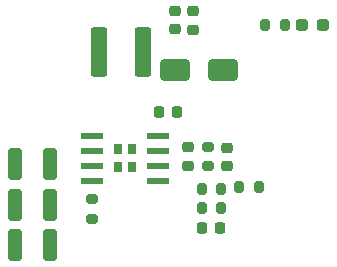
<source format=gbr>
%TF.GenerationSoftware,KiCad,Pcbnew,9.0.2*%
%TF.CreationDate,2025-06-04T19:52:49+07:00*%
%TF.ProjectId,Power Delivery Management_3.3V,506f7765-7220-4446-956c-697665727920,rev?*%
%TF.SameCoordinates,Original*%
%TF.FileFunction,Paste,Top*%
%TF.FilePolarity,Positive*%
%FSLAX46Y46*%
G04 Gerber Fmt 4.6, Leading zero omitted, Abs format (unit mm)*
G04 Created by KiCad (PCBNEW 9.0.2) date 2025-06-04 19:52:49*
%MOMM*%
%LPD*%
G01*
G04 APERTURE LIST*
G04 Aperture macros list*
%AMRoundRect*
0 Rectangle with rounded corners*
0 $1 Rounding radius*
0 $2 $3 $4 $5 $6 $7 $8 $9 X,Y pos of 4 corners*
0 Add a 4 corners polygon primitive as box body*
4,1,4,$2,$3,$4,$5,$6,$7,$8,$9,$2,$3,0*
0 Add four circle primitives for the rounded corners*
1,1,$1+$1,$2,$3*
1,1,$1+$1,$4,$5*
1,1,$1+$1,$6,$7*
1,1,$1+$1,$8,$9*
0 Add four rect primitives between the rounded corners*
20,1,$1+$1,$2,$3,$4,$5,0*
20,1,$1+$1,$4,$5,$6,$7,0*
20,1,$1+$1,$6,$7,$8,$9,0*
20,1,$1+$1,$8,$9,$2,$3,0*%
G04 Aperture macros list end*
%ADD10RoundRect,0.250000X0.325000X1.100000X-0.325000X1.100000X-0.325000X-1.100000X0.325000X-1.100000X0*%
%ADD11RoundRect,0.249999X0.450001X1.850001X-0.450001X1.850001X-0.450001X-1.850001X0.450001X-1.850001X0*%
%ADD12RoundRect,0.200000X-0.275000X0.200000X-0.275000X-0.200000X0.275000X-0.200000X0.275000X0.200000X0*%
%ADD13RoundRect,0.225000X0.225000X0.250000X-0.225000X0.250000X-0.225000X-0.250000X0.225000X-0.250000X0*%
%ADD14RoundRect,0.225000X-0.250000X0.225000X-0.250000X-0.225000X0.250000X-0.225000X0.250000X0.225000X0*%
%ADD15RoundRect,0.200000X-0.200000X-0.275000X0.200000X-0.275000X0.200000X0.275000X-0.200000X0.275000X0*%
%ADD16RoundRect,0.250000X-1.000000X-0.650000X1.000000X-0.650000X1.000000X0.650000X-1.000000X0.650000X0*%
%ADD17RoundRect,0.225000X0.250000X-0.225000X0.250000X0.225000X-0.250000X0.225000X-0.250000X-0.225000X0*%
%ADD18RoundRect,0.237500X0.287500X0.237500X-0.287500X0.237500X-0.287500X-0.237500X0.287500X-0.237500X0*%
%ADD19RoundRect,0.200000X0.200000X0.275000X-0.200000X0.275000X-0.200000X-0.275000X0.200000X-0.275000X0*%
%ADD20RoundRect,0.200000X0.275000X-0.200000X0.275000X0.200000X-0.275000X0.200000X-0.275000X-0.200000X0*%
%ADD21R,1.910000X0.610000*%
%ADD22R,0.723000X0.930000*%
G04 APERTURE END LIST*
D10*
%TO.C,C1*%
X49518013Y-58442586D03*
X46568013Y-58442586D03*
%TD*%
D11*
%TO.C,L1*%
X57388571Y-49025399D03*
X53688571Y-49025399D03*
%TD*%
D10*
%TO.C,C3*%
X49500654Y-65307408D03*
X46550654Y-65307408D03*
%TD*%
D12*
%TO.C,R7*%
X53086000Y-61468000D03*
X53086000Y-63118000D03*
%TD*%
D13*
%TO.C,C10*%
X63955161Y-63881000D03*
X62405161Y-63881000D03*
%TD*%
D14*
%TO.C,C9*%
X60071000Y-45527851D03*
X60071000Y-47077851D03*
%TD*%
%TO.C,C6*%
X64527249Y-57085692D03*
X64527249Y-58635692D03*
%TD*%
D15*
%TO.C,R3*%
X62358000Y-60579000D03*
X64008000Y-60579000D03*
%TD*%
D16*
%TO.C,D1*%
X60135000Y-50546000D03*
X64135000Y-50546000D03*
%TD*%
D15*
%TO.C,R2*%
X62355532Y-62190349D03*
X64005532Y-62190349D03*
%TD*%
D10*
%TO.C,C2*%
X49530000Y-61976000D03*
X46580000Y-61976000D03*
%TD*%
D17*
%TO.C,C5*%
X61217862Y-58620581D03*
X61217862Y-57070581D03*
%TD*%
D18*
%TO.C,D2*%
X72644000Y-46736000D03*
X70894000Y-46736000D03*
%TD*%
D19*
%TO.C,R4*%
X67182000Y-60452000D03*
X65532000Y-60452000D03*
%TD*%
D20*
%TO.C,R1*%
X62865000Y-58673000D03*
X62865000Y-57023000D03*
%TD*%
D13*
%TO.C,C7*%
X60280917Y-54097495D03*
X58730917Y-54097495D03*
%TD*%
D21*
%TO.C,U1*%
X53105983Y-56091194D03*
X53105983Y-57361194D03*
X53105983Y-58631194D03*
X53105983Y-59901194D03*
X58665983Y-59901194D03*
X58665983Y-58631194D03*
X58665983Y-57361194D03*
X58665983Y-56091194D03*
D22*
X55283483Y-57221194D03*
X55283483Y-58771194D03*
X56488483Y-57221194D03*
X56488483Y-58771194D03*
%TD*%
D15*
%TO.C,R5*%
X67755000Y-46736000D03*
X69405000Y-46736000D03*
%TD*%
D14*
%TO.C,C8*%
X61595000Y-45541000D03*
X61595000Y-47091000D03*
%TD*%
M02*

</source>
